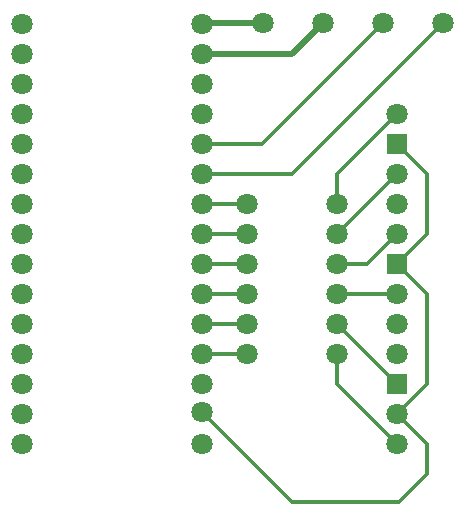
<source format=gtl>
%TF.GenerationSoftware,KiCad,Pcbnew,9.0.0*%
%TF.CreationDate,2025-03-07T02:45:27-08:00*%
%TF.ProjectId,server,73657276-6572-42e6-9b69-6361645f7063,v0.1*%
%TF.SameCoordinates,Original*%
%TF.FileFunction,Copper,L1,Top*%
%TF.FilePolarity,Positive*%
%FSLAX46Y46*%
G04 Gerber Fmt 4.6, Leading zero omitted, Abs format (unit mm)*
G04 Created by KiCad (PCBNEW 9.0.0) date 2025-03-07 02:45:27*
%MOMM*%
%LPD*%
G01*
G04 APERTURE LIST*
%TA.AperFunction,ComponentPad*%
%ADD10C,1.800000*%
%TD*%
%TA.AperFunction,ComponentPad*%
%ADD11R,1.800000X1.800000*%
%TD*%
%TA.AperFunction,Conductor*%
%ADD12C,0.500000*%
%TD*%
%TA.AperFunction,Conductor*%
%ADD13C,0.300000*%
%TD*%
G04 APERTURE END LIST*
D10*
%TO.P,RGB_LED_ROUND3,1,R*%
%TO.N,Net-(RGB_LED_ROUND3-R)*%
X166370000Y-101600000D03*
D11*
%TO.P,RGB_LED_ROUND3,2,VCC*%
%TO.N,Net-(ESP32_Nano1-3.3V)*%
X166370000Y-104140000D03*
D10*
%TO.P,RGB_LED_ROUND3,3,G*%
%TO.N,Net-(RGB_LED_ROUND3-G)*%
X166370000Y-106680000D03*
%TO.P,RGB_LED_ROUND3,4,B*%
%TO.N,unconnected-(RGB_LED_ROUND3-B-Pad4)*%
X166370000Y-109220000D03*
%TD*%
%TO.P,RGB_LED_ROUND2,1,R*%
%TO.N,Net-(RGB_LED_ROUND2-R)*%
X166380000Y-91440000D03*
D11*
%TO.P,RGB_LED_ROUND2,2,VCC*%
%TO.N,Net-(ESP32_Nano1-3.3V)*%
X166380000Y-93980000D03*
D10*
%TO.P,RGB_LED_ROUND2,3,G*%
%TO.N,Net-(RGB_LED_ROUND2-G)*%
X166380000Y-96520000D03*
%TO.P,RGB_LED_ROUND2,4,B*%
%TO.N,unconnected-(RGB_LED_ROUND2-B-Pad4)*%
X166380000Y-99060000D03*
%TD*%
%TO.P,R1,1*%
%TO.N,Net-(ESP32_Nano1-A5)*%
X153670000Y-88900000D03*
%TO.P,R1,2*%
%TO.N,Net-(RGB_LED_ROUND1-R)*%
X161290000Y-88900000D03*
%TD*%
%TO.P,ESP32_Nano1,1,TX1*%
%TO.N,unconnected-(ESP32_Nano1-TX1-Pad1)*%
X134630000Y-73660000D03*
%TO.P,ESP32_Nano1,2,RX0*%
%TO.N,unconnected-(ESP32_Nano1-RX0-Pad2)*%
X134630000Y-76200000D03*
%TO.P,ESP32_Nano1,3,RST*%
%TO.N,unconnected-(ESP32_Nano1-RST-Pad3)*%
X134630000Y-78740000D03*
%TO.P,ESP32_Nano1,4,GND*%
%TO.N,unconnected-(ESP32_Nano1-GND-Pad4)*%
X134630000Y-81280000D03*
%TO.P,ESP32_Nano1,5,D2*%
%TO.N,unconnected-(ESP32_Nano1-D2-Pad5)*%
X134630000Y-83820000D03*
%TO.P,ESP32_Nano1,6,D3*%
%TO.N,unconnected-(ESP32_Nano1-D3-Pad6)*%
X134630000Y-86360000D03*
%TO.P,ESP32_Nano1,7,D4*%
%TO.N,unconnected-(ESP32_Nano1-D4-Pad7)*%
X134630000Y-88900000D03*
%TO.P,ESP32_Nano1,8,D5*%
%TO.N,unconnected-(ESP32_Nano1-D5-Pad8)*%
X134630000Y-91440000D03*
%TO.P,ESP32_Nano1,9,D6*%
%TO.N,unconnected-(ESP32_Nano1-D6-Pad9)*%
X134630000Y-93980000D03*
%TO.P,ESP32_Nano1,10,D7*%
%TO.N,unconnected-(ESP32_Nano1-D7-Pad10)*%
X134630000Y-96520000D03*
%TO.P,ESP32_Nano1,11,D8*%
%TO.N,unconnected-(ESP32_Nano1-D8-Pad11)*%
X134630000Y-99060000D03*
%TO.P,ESP32_Nano1,12,D9*%
%TO.N,unconnected-(ESP32_Nano1-D9-Pad12)*%
X134630000Y-101600000D03*
%TO.P,ESP32_Nano1,13,D10*%
%TO.N,unconnected-(ESP32_Nano1-D10-Pad13)*%
X134630000Y-104140000D03*
%TO.P,ESP32_Nano1,14,D11*%
%TO.N,unconnected-(ESP32_Nano1-D11-Pad14)*%
X134630000Y-106680000D03*
%TO.P,ESP32_Nano1,15,D12*%
%TO.N,unconnected-(ESP32_Nano1-D12-Pad15)*%
X134630000Y-109220000D03*
%TO.P,ESP32_Nano1,16,D13*%
%TO.N,unconnected-(ESP32_Nano1-D13-Pad16)*%
X149870000Y-109220000D03*
%TO.P,ESP32_Nano1,17,3.3V*%
%TO.N,Net-(ESP32_Nano1-3.3V)*%
X149873472Y-106528102D03*
%TO.P,ESP32_Nano1,18,B0*%
%TO.N,unconnected-(ESP32_Nano1-B0-Pad18)*%
X149870000Y-104140000D03*
%TO.P,ESP32_Nano1,19,A0*%
%TO.N,Net-(ESP32_Nano1-A0)*%
X149870000Y-101600000D03*
%TO.P,ESP32_Nano1,20,A1*%
%TO.N,Net-(ESP32_Nano1-A1)*%
X149870000Y-99060000D03*
%TO.P,ESP32_Nano1,21,A2*%
%TO.N,Net-(ESP32_Nano1-A2)*%
X149870000Y-96520000D03*
%TO.P,ESP32_Nano1,22,A3*%
%TO.N,Net-(ESP32_Nano1-A3)*%
X149870000Y-93980000D03*
%TO.P,ESP32_Nano1,23,A4*%
%TO.N,Net-(ESP32_Nano1-A4)*%
X149870000Y-91440000D03*
%TO.P,ESP32_Nano1,24,A5*%
%TO.N,Net-(ESP32_Nano1-A5)*%
X149870000Y-88900000D03*
%TO.P,ESP32_Nano1,25,A6*%
%TO.N,Net-(2_PIN_CONNECTOR2-Pin_2)*%
X149870000Y-86360000D03*
%TO.P,ESP32_Nano1,26,A7*%
%TO.N,Net-(2_PIN_CONNECTOR2-Pin_1)*%
X149870000Y-83820000D03*
%TO.P,ESP32_Nano1,27,VBUS*%
%TO.N,unconnected-(ESP32_Nano1-VBUS-Pad27)*%
X149870000Y-81280000D03*
%TO.P,ESP32_Nano1,28,B1*%
%TO.N,unconnected-(ESP32_Nano1-B1-Pad28)*%
X149870000Y-78740000D03*
%TO.P,ESP32_Nano1,29,GND*%
%TO.N,Net-(2_PIN_CONNECTOR1-Pin_2)*%
X149870000Y-76200000D03*
%TO.P,ESP32_Nano1,30,VIN*%
%TO.N,Net-(2_PIN_CONNECTOR1-Pin_1)*%
X149870000Y-73660000D03*
%TD*%
%TO.P,R3,1*%
%TO.N,Net-(ESP32_Nano1-A3)*%
X153670000Y-93980000D03*
%TO.P,R3,2*%
%TO.N,Net-(RGB_LED_ROUND2-R)*%
X161290000Y-93980000D03*
%TD*%
%TO.P,R2,1*%
%TO.N,Net-(ESP32_Nano1-A4)*%
X153670000Y-91440000D03*
%TO.P,R2,2*%
%TO.N,Net-(RGB_LED_ROUND1-G)*%
X161290000Y-91440000D03*
%TD*%
%TO.P,2_PIN_CONNECTOR2,1,Pin_1*%
%TO.N,Net-(2_PIN_CONNECTOR2-Pin_1)*%
X165210000Y-73560000D03*
%TO.P,2_PIN_CONNECTOR2,2,Pin_2*%
%TO.N,Net-(2_PIN_CONNECTOR2-Pin_2)*%
X170290000Y-73560000D03*
%TD*%
%TO.P,RGB_LED_ROUND1,1,R*%
%TO.N,Net-(RGB_LED_ROUND1-R)*%
X166380000Y-81280000D03*
D11*
%TO.P,RGB_LED_ROUND1,2,VCC*%
%TO.N,Net-(ESP32_Nano1-3.3V)*%
X166380000Y-83820000D03*
D10*
%TO.P,RGB_LED_ROUND1,3,G*%
%TO.N,Net-(RGB_LED_ROUND1-G)*%
X166380000Y-86360000D03*
%TO.P,RGB_LED_ROUND1,4,B*%
%TO.N,unconnected-(RGB_LED_ROUND1-B-Pad4)*%
X166380000Y-88900000D03*
%TD*%
%TO.P,2_PIN_CONNECTOR1,1,Pin_1*%
%TO.N,Net-(2_PIN_CONNECTOR1-Pin_1)*%
X155040000Y-73560000D03*
%TO.P,2_PIN_CONNECTOR1,2,Pin_2*%
%TO.N,Net-(2_PIN_CONNECTOR1-Pin_2)*%
X160120000Y-73560000D03*
%TD*%
%TO.P,R5,1*%
%TO.N,Net-(ESP32_Nano1-A1)*%
X153670000Y-99060000D03*
%TO.P,R5,2*%
%TO.N,Net-(RGB_LED_ROUND3-R)*%
X161290000Y-99060000D03*
%TD*%
%TO.P,R6,1*%
%TO.N,Net-(ESP32_Nano1-A0)*%
X153670000Y-101600000D03*
%TO.P,R6,2*%
%TO.N,Net-(RGB_LED_ROUND3-G)*%
X161290000Y-101600000D03*
%TD*%
%TO.P,R4,1*%
%TO.N,Net-(ESP32_Nano1-A2)*%
X153670000Y-96520000D03*
%TO.P,R4,2*%
%TO.N,Net-(RGB_LED_ROUND2-G)*%
X161290000Y-96520000D03*
%TD*%
D12*
%TO.N,Net-(2_PIN_CONNECTOR1-Pin_1)*%
X149970000Y-73560000D02*
X149870000Y-73660000D01*
X155040000Y-73560000D02*
X149970000Y-73560000D01*
%TO.N,Net-(2_PIN_CONNECTOR1-Pin_2)*%
X160120000Y-73560000D02*
X157480000Y-76200000D01*
X157480000Y-76200000D02*
X149870000Y-76200000D01*
D13*
%TO.N,Net-(2_PIN_CONNECTOR2-Pin_2)*%
X157490000Y-86360000D02*
X170290000Y-73560000D01*
X149870000Y-86360000D02*
X157490000Y-86360000D01*
%TO.N,Net-(2_PIN_CONNECTOR2-Pin_1)*%
X154950000Y-83820000D02*
X149870000Y-83820000D01*
X165210000Y-73560000D02*
X154950000Y-83820000D01*
%TO.N,Net-(ESP32_Nano1-A5)*%
X149870000Y-88900000D02*
X153670000Y-88900000D01*
%TO.N,Net-(ESP32_Nano1-A2)*%
X149870000Y-96520000D02*
X153670000Y-96520000D01*
%TO.N,Net-(ESP32_Nano1-A1)*%
X149870000Y-99060000D02*
X153670000Y-99060000D01*
%TO.N,Net-(ESP32_Nano1-A4)*%
X149870000Y-91440000D02*
X153670000Y-91440000D01*
%TO.N,Net-(RGB_LED_ROUND1-R)*%
X166380000Y-81280000D02*
X161290000Y-86370000D01*
X161290000Y-86370000D02*
X161290000Y-88900000D01*
%TO.N,Net-(RGB_LED_ROUND1-G)*%
X166370000Y-86360000D02*
X161290000Y-91440000D01*
X166380000Y-86360000D02*
X166370000Y-86360000D01*
%TO.N,Net-(RGB_LED_ROUND2-R)*%
X166380000Y-91440000D02*
X163840000Y-93980000D01*
X163840000Y-93980000D02*
X161290000Y-93980000D01*
%TO.N,Net-(RGB_LED_ROUND2-G)*%
X166380000Y-96520000D02*
X161290000Y-96520000D01*
%TO.N,Net-(RGB_LED_ROUND3-R)*%
X161300000Y-99060000D02*
X161290000Y-99060000D01*
X166380000Y-104140000D02*
X161300000Y-99060000D01*
%TO.N,Net-(RGB_LED_ROUND3-G)*%
X161290000Y-104130000D02*
X161290000Y-101600000D01*
X166380000Y-109220000D02*
X161290000Y-104130000D01*
%TO.N,Net-(ESP32_Nano1-A3)*%
X149870000Y-93980000D02*
X153670000Y-93980000D01*
%TO.N,Net-(ESP32_Nano1-A0)*%
X149870000Y-101600000D02*
X153670000Y-101600000D01*
%TO.N,Net-(ESP32_Nano1-3.3V)*%
X166380000Y-93980000D02*
X168910000Y-96510000D01*
X168910000Y-104150000D02*
X166380000Y-106680000D01*
X166535370Y-114134630D02*
X157480000Y-114134630D01*
X168910000Y-109210000D02*
X168910000Y-111760000D01*
X168910000Y-91450000D02*
X166380000Y-93980000D01*
X168910000Y-111760000D02*
X166535370Y-114134630D01*
X168910000Y-96510000D02*
X168910000Y-104150000D01*
X157480000Y-114134630D02*
X149873472Y-106528102D01*
X166380000Y-106680000D02*
X168910000Y-109210000D01*
X168910000Y-86350000D02*
X168910000Y-91450000D01*
X166380000Y-83820000D02*
X168910000Y-86350000D01*
%TD*%
M02*

</source>
